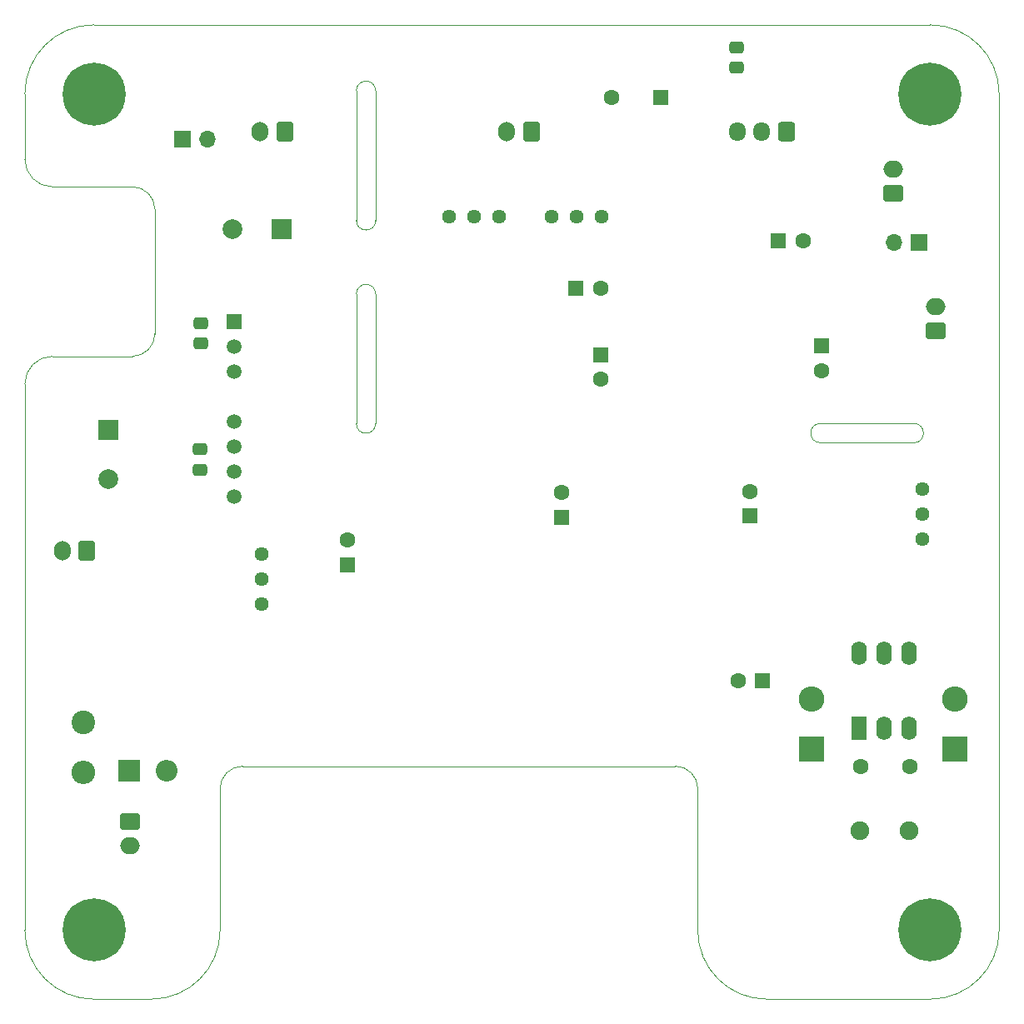
<source format=gbs>
G04 #@! TF.GenerationSoftware,KiCad,Pcbnew,7.0.7+dfsg-1*
G04 #@! TF.CreationDate,2024-09-08T18:24:34+02:00*
G04 #@! TF.ProjectId,evo-cube-sensor,65766f2d-6375-4626-952d-73656e736f72,rev?*
G04 #@! TF.SameCoordinates,Original*
G04 #@! TF.FileFunction,Soldermask,Bot*
G04 #@! TF.FilePolarity,Negative*
%FSLAX46Y46*%
G04 Gerber Fmt 4.6, Leading zero omitted, Abs format (unit mm)*
G04 Created by KiCad (PCBNEW 7.0.7+dfsg-1) date 2024-09-08 18:24:34*
%MOMM*%
%LPD*%
G01*
G04 APERTURE LIST*
G04 Aperture macros list*
%AMRoundRect*
0 Rectangle with rounded corners*
0 $1 Rounding radius*
0 $2 $3 $4 $5 $6 $7 $8 $9 X,Y pos of 4 corners*
0 Add a 4 corners polygon primitive as box body*
4,1,4,$2,$3,$4,$5,$6,$7,$8,$9,$2,$3,0*
0 Add four circle primitives for the rounded corners*
1,1,$1+$1,$2,$3*
1,1,$1+$1,$4,$5*
1,1,$1+$1,$6,$7*
1,1,$1+$1,$8,$9*
0 Add four rect primitives between the rounded corners*
20,1,$1+$1,$2,$3,$4,$5,0*
20,1,$1+$1,$4,$5,$6,$7,0*
20,1,$1+$1,$6,$7,$8,$9,0*
20,1,$1+$1,$8,$9,$2,$3,0*%
G04 Aperture macros list end*
%ADD10R,1.700000X1.700000*%
%ADD11O,1.700000X1.700000*%
%ADD12RoundRect,0.250000X0.600000X0.725000X-0.600000X0.725000X-0.600000X-0.725000X0.600000X-0.725000X0*%
%ADD13O,1.700000X1.950000*%
%ADD14R,1.600000X1.600000*%
%ADD15C,1.600000*%
%ADD16RoundRect,0.250000X0.750000X-0.600000X0.750000X0.600000X-0.750000X0.600000X-0.750000X-0.600000X0*%
%ADD17O,2.000000X1.700000*%
%ADD18C,1.440000*%
%ADD19C,1.905000*%
%ADD20C,2.400000*%
%ADD21O,2.400000X2.400000*%
%ADD22R,2.200000X2.200000*%
%ADD23O,2.200000X2.200000*%
%ADD24C,0.800000*%
%ADD25C,6.400000*%
%ADD26R,1.500000X1.500000*%
%ADD27C,1.500000*%
%ADD28R,1.600000X2.400000*%
%ADD29O,1.600000X2.400000*%
%ADD30R,2.600000X2.600000*%
%ADD31O,2.600000X2.600000*%
%ADD32RoundRect,0.250000X0.600000X0.750000X-0.600000X0.750000X-0.600000X-0.750000X0.600000X-0.750000X0*%
%ADD33O,1.700000X2.000000*%
%ADD34R,2.000000X2.000000*%
%ADD35C,2.000000*%
%ADD36RoundRect,0.250000X-0.750000X0.600000X-0.750000X-0.600000X0.750000X-0.600000X0.750000X0.600000X0*%
%ADD37RoundRect,0.250000X0.475000X-0.337500X0.475000X0.337500X-0.475000X0.337500X-0.475000X-0.337500X0*%
%ADD38RoundRect,0.250000X-0.475000X0.337500X-0.475000X-0.337500X0.475000X-0.337500X0.475000X0.337500X0*%
G04 #@! TA.AperFunction,Profile*
%ADD39C,0.100000*%
G04 #@! TD*
G04 APERTURE END LIST*
D10*
X49677400Y-44145200D03*
D11*
X52217400Y-44145200D03*
D12*
X111034200Y-43383200D03*
D13*
X108534200Y-43383200D03*
X106034200Y-43383200D03*
D14*
X114579400Y-65176400D03*
D15*
X114579400Y-67676400D03*
X123556400Y-107950000D03*
X118556400Y-107950000D03*
D16*
X121914200Y-49713200D03*
D17*
X121914200Y-47213200D03*
D18*
X81879600Y-52044600D03*
X79339600Y-52044600D03*
X76799600Y-52044600D03*
D14*
X110224688Y-54508400D03*
D15*
X112724688Y-54508400D03*
D19*
X118520200Y-114439700D03*
X123520200Y-114439700D03*
D18*
X57759600Y-91389200D03*
X57759600Y-88849200D03*
X57759600Y-86309200D03*
D20*
X39598600Y-103445800D03*
D21*
X39598600Y-108525800D03*
D22*
X44286817Y-108381800D03*
D23*
X48096817Y-108381800D03*
D16*
X126212600Y-63688600D03*
D17*
X126212600Y-61188600D03*
D14*
X98287651Y-39954200D03*
D15*
X93287651Y-39954200D03*
D10*
X124490400Y-54686200D03*
D11*
X121950400Y-54686200D03*
D14*
X66421000Y-87426800D03*
D15*
X66421000Y-84926800D03*
D24*
X123264200Y-124569200D03*
X123967144Y-122872144D03*
X123967144Y-126266256D03*
X125664200Y-122169200D03*
D25*
X125664200Y-124569200D03*
D24*
X125664200Y-126969200D03*
X127361256Y-122872144D03*
X127361256Y-126266256D03*
X128064200Y-124569200D03*
D26*
X54940200Y-62712600D03*
D27*
X54940200Y-65252600D03*
X54940200Y-67792600D03*
X54940200Y-72872600D03*
X54940200Y-75412600D03*
X54940200Y-77952600D03*
X54940200Y-80492600D03*
D24*
X38264200Y-39569200D03*
X38967144Y-37872144D03*
X38967144Y-41266256D03*
X40664200Y-37169200D03*
D25*
X40664200Y-39569200D03*
D24*
X40664200Y-41969200D03*
X42361256Y-37872144D03*
X42361256Y-41266256D03*
X43064200Y-39569200D03*
D14*
X108647113Y-99187000D03*
D15*
X106147113Y-99187000D03*
D18*
X124820500Y-84782750D03*
X124820500Y-82242750D03*
X124820500Y-79702750D03*
D28*
X118389400Y-104038400D03*
D29*
X120929400Y-104038400D03*
X123469400Y-104038400D03*
X123469400Y-96418400D03*
X120929400Y-96418400D03*
X118389400Y-96418400D03*
D18*
X92252800Y-52070000D03*
X89712800Y-52070000D03*
X87172800Y-52070000D03*
D30*
X113639600Y-106172000D03*
D31*
X113639600Y-101092000D03*
D32*
X39979600Y-86029800D03*
D33*
X37479600Y-86029800D03*
D34*
X59720877Y-53314600D03*
D35*
X54720877Y-53314600D03*
D14*
X89650688Y-59334400D03*
D15*
X92150688Y-59334400D03*
D32*
X60066200Y-43383200D03*
D33*
X57566200Y-43383200D03*
D24*
X38264200Y-124569200D03*
X38967144Y-122872144D03*
X38967144Y-126266256D03*
X40664200Y-122169200D03*
D25*
X40664200Y-124569200D03*
D24*
X40664200Y-126969200D03*
X42361256Y-122872144D03*
X42361256Y-126266256D03*
X43064200Y-124569200D03*
D34*
X42164000Y-73730723D03*
D35*
X42164000Y-78730723D03*
D24*
X123264200Y-39569200D03*
X123967144Y-37872144D03*
X123967144Y-41266256D03*
X125664200Y-37169200D03*
D25*
X125664200Y-39569200D03*
D24*
X125664200Y-41969200D03*
X127361256Y-37872144D03*
X127361256Y-41266256D03*
X128064200Y-39569200D03*
D30*
X128193800Y-106172000D03*
D31*
X128193800Y-101092000D03*
D32*
X85146200Y-43383200D03*
D33*
X82646200Y-43383200D03*
D36*
X44338200Y-113487200D03*
D17*
X44338200Y-115987200D03*
D37*
X105943400Y-36927700D03*
X105943400Y-34852700D03*
D14*
X92151200Y-66090800D03*
D15*
X92151200Y-68590800D03*
D38*
X51485800Y-75717400D03*
X51485800Y-77792400D03*
D37*
X51511200Y-64943900D03*
X51511200Y-62868900D03*
D14*
X107365800Y-82473800D03*
D15*
X107365800Y-79973800D03*
D14*
X88163400Y-82612113D03*
D15*
X88163400Y-80112113D03*
D39*
X114503200Y-73075800D02*
X124002800Y-73075800D01*
X125664200Y-131569200D02*
G75*
G03*
X132664200Y-124569200I0J7000000D01*
G01*
X46500453Y-131569203D02*
G75*
G03*
X53500453Y-124569200I-3J7000003D01*
G01*
X33670200Y-46233544D02*
X33664200Y-39569200D01*
X33664200Y-124569200D02*
G75*
G03*
X40664200Y-131569200I7000000J0D01*
G01*
X67348843Y-73089243D02*
G75*
G03*
X69303157Y-73089243I977157J0D01*
G01*
X55786453Y-107899153D02*
G75*
G03*
X53500453Y-110185200I47J-2286047D01*
G01*
X125664200Y-32569200D02*
X40664200Y-32569200D01*
X99756200Y-107899200D02*
X55786453Y-107899200D01*
X102042200Y-110185200D02*
G75*
G03*
X99756200Y-107899200I-2286000J0D01*
G01*
X46878200Y-51313544D02*
X46878200Y-63957200D01*
X53500453Y-110185200D02*
X53500453Y-124569200D01*
X46878156Y-51313544D02*
G75*
G03*
X44592200Y-49027544I-2285956J44D01*
G01*
X69303157Y-59918600D02*
G75*
G03*
X67348843Y-59918600I-977157J0D01*
G01*
X44592200Y-66243200D02*
X36464200Y-66243200D01*
X44592200Y-66243200D02*
G75*
G03*
X46878200Y-63957200I0J2286000D01*
G01*
X44592200Y-49027544D02*
X36464200Y-49027544D01*
X102042200Y-110185200D02*
X102042200Y-124569200D01*
X36464200Y-66243200D02*
G75*
G03*
X33670200Y-69037200I0J-2794000D01*
G01*
X114503200Y-73075886D02*
G75*
G03*
X114503200Y-75030114I0J-977114D01*
G01*
X109042200Y-131569200D02*
X125664200Y-131569200D01*
X124002800Y-75030114D02*
X114503200Y-75030114D01*
X67348843Y-73089243D02*
X67348843Y-59918600D01*
X67348843Y-52439043D02*
G75*
G03*
X69303157Y-52439043I977157J0D01*
G01*
X69303157Y-39268400D02*
X69303157Y-52439043D01*
X33670200Y-69037200D02*
X33670200Y-124569200D01*
X124002800Y-75030200D02*
G75*
G03*
X124002800Y-73075800I0J977200D01*
G01*
X40664200Y-32569200D02*
G75*
G03*
X33664200Y-39569200I0J-7000000D01*
G01*
X67348843Y-39268400D02*
X67348843Y-52439043D01*
X69303157Y-59918600D02*
X69303157Y-73089243D01*
X132664200Y-39569200D02*
G75*
G03*
X125664200Y-32569200I-7000000J0D01*
G01*
X33670156Y-46233544D02*
G75*
G03*
X36464200Y-49027544I2794044J44D01*
G01*
X69303157Y-39268400D02*
G75*
G03*
X67348843Y-39268400I-977157J0D01*
G01*
X40664200Y-131569200D02*
X46500453Y-131569200D01*
X102042200Y-124569200D02*
G75*
G03*
X109042200Y-131569200I7000000J0D01*
G01*
X132664200Y-124569200D02*
X132664200Y-39569200D01*
M02*

</source>
